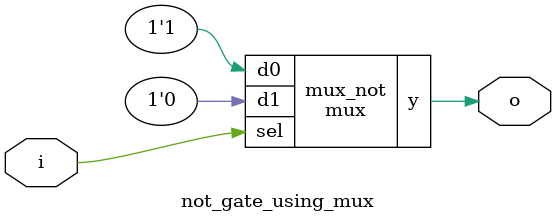
<source format=sv>

module mux
(
  input  d0, d1,
  input  sel,
  output y
);

  assign y = sel ? d1 : d0;

endmodule

//----------------------------------------------------------------------------
// Task
//----------------------------------------------------------------------------

module not_gate_using_mux
(
    input  i,
    output o
);

  // Task:
  // Implement not gate using instance(s) of mux,
  // constants 0 and 1, and wire connections

  mux mux_not(.d0(1'b1), .d1(1'b0), .sel(i), .y(o));

endmodule

</source>
